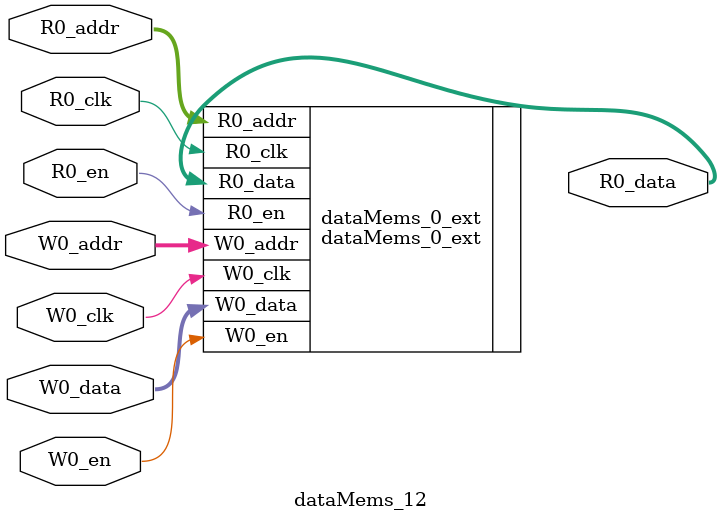
<source format=sv>
`ifndef RANDOMIZE
  `ifdef RANDOMIZE_REG_INIT
    `define RANDOMIZE
  `endif // RANDOMIZE_REG_INIT
`endif // not def RANDOMIZE
`ifndef RANDOMIZE
  `ifdef RANDOMIZE_MEM_INIT
    `define RANDOMIZE
  `endif // RANDOMIZE_MEM_INIT
`endif // not def RANDOMIZE

`ifndef RANDOM
  `define RANDOM $random
`endif // not def RANDOM

// Users can define 'PRINTF_COND' to add an extra gate to prints.
`ifndef PRINTF_COND_
  `ifdef PRINTF_COND
    `define PRINTF_COND_ (`PRINTF_COND)
  `else  // PRINTF_COND
    `define PRINTF_COND_ 1
  `endif // PRINTF_COND
`endif // not def PRINTF_COND_

// Users can define 'ASSERT_VERBOSE_COND' to add an extra gate to assert error printing.
`ifndef ASSERT_VERBOSE_COND_
  `ifdef ASSERT_VERBOSE_COND
    `define ASSERT_VERBOSE_COND_ (`ASSERT_VERBOSE_COND)
  `else  // ASSERT_VERBOSE_COND
    `define ASSERT_VERBOSE_COND_ 1
  `endif // ASSERT_VERBOSE_COND
`endif // not def ASSERT_VERBOSE_COND_

// Users can define 'STOP_COND' to add an extra gate to stop conditions.
`ifndef STOP_COND_
  `ifdef STOP_COND
    `define STOP_COND_ (`STOP_COND)
  `else  // STOP_COND
    `define STOP_COND_ 1
  `endif // STOP_COND
`endif // not def STOP_COND_

// Users can define INIT_RANDOM as general code that gets injected into the
// initializer block for modules with registers.
`ifndef INIT_RANDOM
  `define INIT_RANDOM
`endif // not def INIT_RANDOM

// If using random initialization, you can also define RANDOMIZE_DELAY to
// customize the delay used, otherwise 0.002 is used.
`ifndef RANDOMIZE_DELAY
  `define RANDOMIZE_DELAY 0.002
`endif // not def RANDOMIZE_DELAY

// Define INIT_RANDOM_PROLOG_ for use in our modules below.
`ifndef INIT_RANDOM_PROLOG_
  `ifdef RANDOMIZE
    `ifdef VERILATOR
      `define INIT_RANDOM_PROLOG_ `INIT_RANDOM
    `else  // VERILATOR
      `define INIT_RANDOM_PROLOG_ `INIT_RANDOM #`RANDOMIZE_DELAY begin end
    `endif // VERILATOR
  `else  // RANDOMIZE
    `define INIT_RANDOM_PROLOG_
  `endif // RANDOMIZE
`endif // not def INIT_RANDOM_PROLOG_

// Include register initializers in init blocks unless synthesis is set
`ifndef SYNTHESIS
  `ifndef ENABLE_INITIAL_REG_
    `define ENABLE_INITIAL_REG_
  `endif // not def ENABLE_INITIAL_REG_
`endif // not def SYNTHESIS

// Include rmemory initializers in init blocks unless synthesis is set
`ifndef SYNTHESIS
  `ifndef ENABLE_INITIAL_MEM_
    `define ENABLE_INITIAL_MEM_
  `endif // not def ENABLE_INITIAL_MEM_
`endif // not def SYNTHESIS

module dataMems_12(	// @[generators/ara/src/main/scala/UnsafeAXI4ToTL.scala:365:62]
  input  [4:0]   R0_addr,
  input          R0_en,
  input          R0_clk,
  output [258:0] R0_data,
  input  [4:0]   W0_addr,
  input          W0_en,
  input          W0_clk,
  input  [258:0] W0_data
);

  dataMems_0_ext dataMems_0_ext (	// @[generators/ara/src/main/scala/UnsafeAXI4ToTL.scala:365:62]
    .R0_addr (R0_addr),
    .R0_en   (R0_en),
    .R0_clk  (R0_clk),
    .R0_data (R0_data),
    .W0_addr (W0_addr),
    .W0_en   (W0_en),
    .W0_clk  (W0_clk),
    .W0_data (W0_data)
  );
endmodule


</source>
